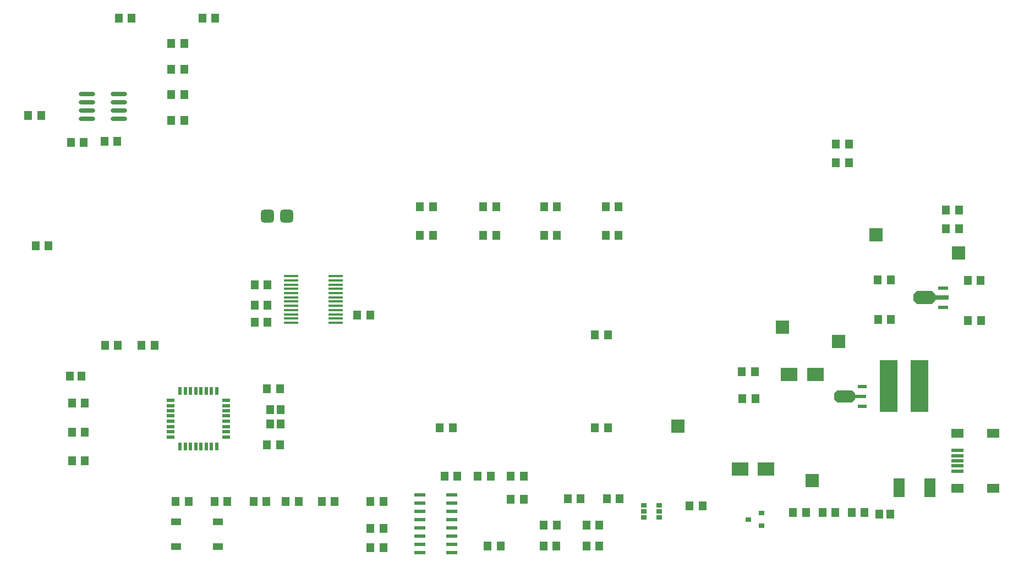
<source format=gtp>
G04*
G04 #@! TF.GenerationSoftware,Altium Limited,CircuitMaker,2.2.1 (2.2.1.6)*
G04*
G04 Layer_Color=7318015*
%FSLAX25Y25*%
%MOIN*%
G70*
G04*
G04 #@! TF.SameCoordinates,623927E7-3B73-4545-9663-4BBB84DB28C7*
G04*
G04*
G04 #@! TF.FilePolarity,Positive*
G04*
G01*
G75*
%ADD20R,0.04724X0.05709*%
%ADD21R,0.07480X0.05709*%
%ADD22R,0.07480X0.01968*%
%ADD23R,0.06693X0.02362*%
%ADD24R,0.09000X0.01500*%
%ADD25R,0.05000X0.02200*%
%ADD26R,0.09842X0.07874*%
%ADD27R,0.06299X0.02362*%
%ADD28R,0.07874X0.02756*%
G04:AMPARAMS|DCode=29|XSize=78.74mil|YSize=133.86mil|CornerRadius=0mil|HoleSize=0mil|Usage=FLASHONLY|Rotation=270.000|XOffset=0mil|YOffset=0mil|HoleType=Round|Shape=Octagon|*
%AMOCTAGOND29*
4,1,8,0.06693,0.01968,0.06693,-0.01968,0.04724,-0.03937,-0.04724,-0.03937,-0.06693,-0.01968,-0.06693,0.01968,-0.04724,0.03937,0.04724,0.03937,0.06693,0.01968,0.0*
%
%ADD29OCTAGOND29*%

%ADD30R,0.02200X0.05000*%
G04:AMPARAMS|DCode=31|XSize=80mil|YSize=80mil|CornerRadius=20mil|HoleSize=0mil|Usage=FLASHONLY|Rotation=0.000|XOffset=0mil|YOffset=0mil|HoleType=Round|Shape=RoundedRectangle|*
%AMROUNDEDRECTD31*
21,1,0.08000,0.04000,0,0,0.0*
21,1,0.04000,0.08000,0,0,0.0*
1,1,0.04000,0.02000,-0.02000*
1,1,0.04000,-0.02000,-0.02000*
1,1,0.04000,-0.02000,0.02000*
1,1,0.04000,0.02000,0.02000*
%
%ADD31ROUNDEDRECTD31*%
%ADD32R,0.03543X0.02559*%
%ADD33R,0.07874X0.07874*%
%ADD34R,0.04528X0.05709*%
%ADD35R,0.06600X0.11400*%
%ADD36R,0.04528X0.05512*%
%ADD37R,0.06299X0.03937*%
%ADD38O,0.09842X0.02756*%
%ADD39R,0.03543X0.03150*%
%ADD40R,0.10630X0.31496*%
%ADD41R,0.05512X0.02362*%
%ADD42R,0.07087X0.02362*%
G04:AMPARAMS|DCode=43|XSize=74.8mil|YSize=125.98mil|CornerRadius=0mil|HoleSize=0mil|Usage=FLASHONLY|Rotation=270.000|XOffset=0mil|YOffset=0mil|HoleType=Round|Shape=Octagon|*
%AMOCTAGOND43*
4,1,8,0.06299,0.01870,0.06299,-0.01870,0.04429,-0.03740,-0.04429,-0.03740,-0.06299,-0.01870,-0.06299,0.01870,-0.04429,0.03740,0.04429,0.03740,0.06299,0.01870,0.0*
%
%ADD43OCTAGOND43*%

D20*
X825637Y295855D02*
D03*
X817763D02*
D03*
X796179Y295738D02*
D03*
X788305D02*
D03*
X774285Y295706D02*
D03*
X766411D02*
D03*
X1099700Y500915D02*
D03*
X1107574D02*
D03*
X747626Y427000D02*
D03*
X755500D02*
D03*
X953763Y396620D02*
D03*
X961637D02*
D03*
X746911Y295701D02*
D03*
X754785D02*
D03*
X882660Y310980D02*
D03*
X890534D02*
D03*
X910584D02*
D03*
X902710D02*
D03*
Y297206D02*
D03*
X910584D02*
D03*
X862610Y310980D02*
D03*
X870484D02*
D03*
X825637Y279500D02*
D03*
X817763D02*
D03*
X699715Y295701D02*
D03*
X707589D02*
D03*
X723313D02*
D03*
X731187D02*
D03*
X614911Y450669D02*
D03*
X622785D02*
D03*
X665263Y588880D02*
D03*
X673137D02*
D03*
X723783Y588880D02*
D03*
X715909D02*
D03*
X1099700Y512500D02*
D03*
X1107574D02*
D03*
X1166363Y461200D02*
D03*
X1174237D02*
D03*
X1174237Y472300D02*
D03*
X1166363D02*
D03*
X1179563Y429800D02*
D03*
X1187437D02*
D03*
X1179663Y405400D02*
D03*
X1187537D02*
D03*
X1132937Y430100D02*
D03*
X1125063D02*
D03*
X1133137Y406000D02*
D03*
X1125263D02*
D03*
X968811Y297534D02*
D03*
X960937D02*
D03*
X817763Y267619D02*
D03*
X825637D02*
D03*
X948543Y268800D02*
D03*
X956417D02*
D03*
X953763Y340420D02*
D03*
X961637D02*
D03*
X859763Y340270D02*
D03*
X867637D02*
D03*
X968182Y457200D02*
D03*
X960308D02*
D03*
X930782D02*
D03*
X922908D02*
D03*
X893982D02*
D03*
X886108D02*
D03*
X855728D02*
D03*
X847854D02*
D03*
X747626Y404400D02*
D03*
X755500D02*
D03*
X747626Y414900D02*
D03*
X755500D02*
D03*
X1073782Y289129D02*
D03*
X1081656Y289129D02*
D03*
X809663Y408900D02*
D03*
X817537D02*
D03*
X1043110Y358102D02*
D03*
X1050984D02*
D03*
X656563Y513954D02*
D03*
X664437D02*
D03*
X1117160Y289129D02*
D03*
X1109286D02*
D03*
X697163Y526646D02*
D03*
X705037D02*
D03*
X697163Y573546D02*
D03*
X705037D02*
D03*
X636263Y513354D02*
D03*
X644137D02*
D03*
X930782Y474289D02*
D03*
X922908D02*
D03*
X705037Y542280D02*
D03*
X697163D02*
D03*
Y557913D02*
D03*
X705037D02*
D03*
X618373Y529880D02*
D03*
X610499D02*
D03*
X893982Y474289D02*
D03*
X886108D02*
D03*
X855728D02*
D03*
X847854D02*
D03*
X968182D02*
D03*
X960308D02*
D03*
X679111Y390299D02*
D03*
X686985D02*
D03*
X664785Y390247D02*
D03*
X656911D02*
D03*
X888765Y268800D02*
D03*
X896639D02*
D03*
X1091534Y289129D02*
D03*
X1099408D02*
D03*
X755062Y330000D02*
D03*
X762936D02*
D03*
X644785Y320399D02*
D03*
X636911D02*
D03*
X755062Y364004D02*
D03*
X762936D02*
D03*
X644785Y337861D02*
D03*
X636911D02*
D03*
X922538Y268800D02*
D03*
X930412D02*
D03*
X948543Y281267D02*
D03*
X956417D02*
D03*
X930637D02*
D03*
X922763D02*
D03*
X644785Y355323D02*
D03*
X636911D02*
D03*
X1011063Y293067D02*
D03*
X1018937D02*
D03*
X945189Y297534D02*
D03*
X937315D02*
D03*
X1042861Y374471D02*
D03*
X1050735D02*
D03*
D21*
X1173473Y303865D02*
D03*
X1195127D02*
D03*
X1195127Y336935D02*
D03*
X1173473D02*
D03*
D22*
Y326699D02*
D03*
Y323550D02*
D03*
Y320400D02*
D03*
Y317250D02*
D03*
Y314101D02*
D03*
D23*
X867046Y264800D02*
D03*
Y269800D02*
D03*
Y274800D02*
D03*
Y279800D02*
D03*
Y284800D02*
D03*
Y289800D02*
D03*
Y294800D02*
D03*
Y299800D02*
D03*
X847754Y264800D02*
D03*
Y269800D02*
D03*
Y274800D02*
D03*
Y279800D02*
D03*
Y284800D02*
D03*
Y289800D02*
D03*
Y294800D02*
D03*
Y299800D02*
D03*
D24*
X796700Y404125D02*
D03*
Y406684D02*
D03*
Y409243D02*
D03*
Y411802D02*
D03*
Y414361D02*
D03*
Y416920D02*
D03*
Y419479D02*
D03*
Y422038D02*
D03*
Y424597D02*
D03*
Y427156D02*
D03*
Y429715D02*
D03*
Y432274D02*
D03*
X769700D02*
D03*
Y429715D02*
D03*
Y427156D02*
D03*
Y424597D02*
D03*
Y422038D02*
D03*
Y419479D02*
D03*
Y416920D02*
D03*
Y414361D02*
D03*
Y411802D02*
D03*
Y409243D02*
D03*
Y406684D02*
D03*
Y404125D02*
D03*
D25*
X730441Y338112D02*
D03*
Y334912D02*
D03*
Y341212D02*
D03*
Y344412D02*
D03*
X730441Y347587D02*
D03*
X730441Y350736D02*
D03*
X730441Y353886D02*
D03*
X730441Y357035D02*
D03*
X696641D02*
D03*
X696641Y353886D02*
D03*
X696641Y350736D02*
D03*
X696641Y347587D02*
D03*
X696641Y344412D02*
D03*
X696641Y341212D02*
D03*
Y338112D02*
D03*
Y334912D02*
D03*
D26*
X1041626Y315500D02*
D03*
X1057374D02*
D03*
X1071478Y372699D02*
D03*
X1087226D02*
D03*
D27*
X1164674Y413394D02*
D03*
Y425206D02*
D03*
D28*
X1163887Y419300D02*
D03*
D29*
X1153257D02*
D03*
D30*
X724565Y362912D02*
D03*
X721415D02*
D03*
X718265D02*
D03*
X715116D02*
D03*
X711941D02*
D03*
X708741D02*
D03*
X705641D02*
D03*
X702441D02*
D03*
Y329112D02*
D03*
X705641D02*
D03*
X708741D02*
D03*
X711941D02*
D03*
X715116D02*
D03*
X718266D02*
D03*
X721415D02*
D03*
X724565D02*
D03*
D31*
X767072Y468900D02*
D03*
X755515D02*
D03*
D32*
X983355Y286060D02*
D03*
Y289800D02*
D03*
Y293540D02*
D03*
X992804D02*
D03*
Y289800D02*
D03*
Y286060D02*
D03*
D33*
X1067301Y401451D02*
D03*
X1085500Y308300D02*
D03*
X1003900Y341300D02*
D03*
X1124000Y457500D02*
D03*
X1174000Y446431D02*
D03*
X1101500Y392846D02*
D03*
D34*
X1132845Y288145D02*
D03*
X1125955D02*
D03*
X635828Y371800D02*
D03*
X642718D02*
D03*
D35*
X1138000Y304069D02*
D03*
X1156800D02*
D03*
D36*
X763202Y342615D02*
D03*
X756902Y342614D02*
D03*
Y351276D02*
D03*
X763202Y351276D02*
D03*
D37*
X700008Y283432D02*
D03*
X725205D02*
D03*
X700008Y268472D02*
D03*
X725205D02*
D03*
D38*
X646154Y542853D02*
D03*
Y537854D02*
D03*
Y532854D02*
D03*
Y527854D02*
D03*
X665446Y542854D02*
D03*
Y537854D02*
D03*
Y532854D02*
D03*
Y527854D02*
D03*
D39*
X1046817Y284880D02*
D03*
X1054691Y288621D02*
D03*
Y281140D02*
D03*
D40*
X1150253Y365848D02*
D03*
X1131749D02*
D03*
D41*
X1115581Y353542D02*
D03*
Y365354D02*
D03*
D42*
X1114794Y359448D02*
D03*
D43*
X1104951D02*
D03*
M02*

</source>
